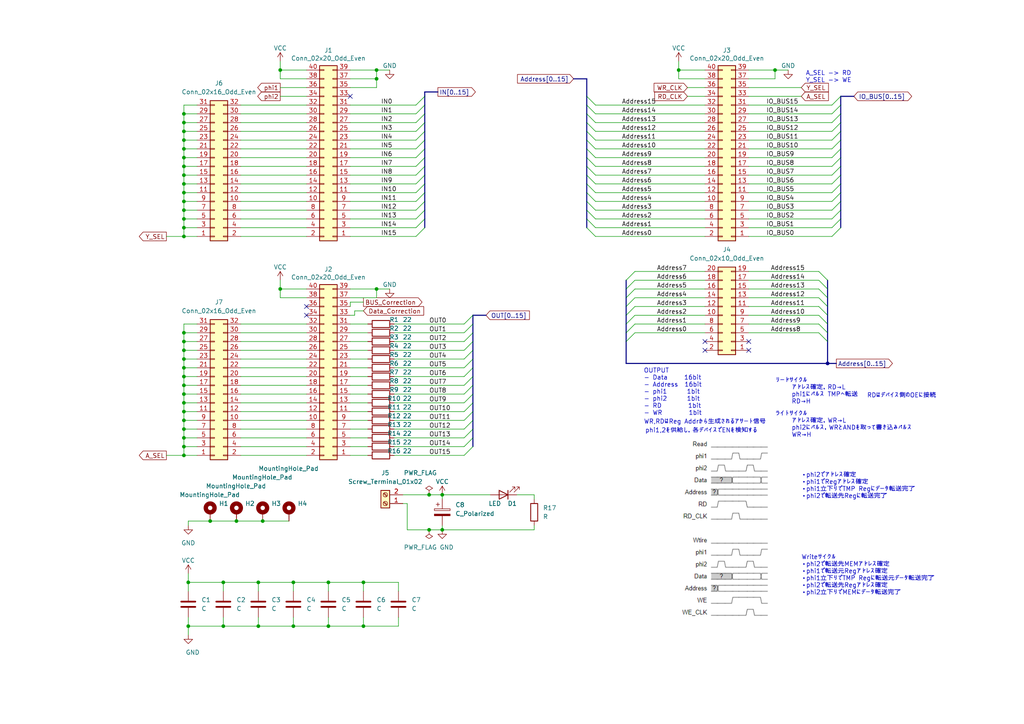
<source format=kicad_sch>
(kicad_sch (version 20211123) (generator eeschema)
  (paper "A4")
  (junction (at 53.34 68.58))
  (junction (at 53.34 40.64))
  (junction (at 128.27 153.67))
  (junction (at 53.34 111.76))
  (junction (at 53.34 132.08))
  (junction (at 85.09 181.61))
  (junction (at 64.77 181.61))
  (junction (at 85.09 168.91))
  (junction (at 128.27 143.51))
  (junction (at 124.46 143.51))
  (junction (at 124.46 153.67))
  (junction (at 109.22 83.82))
  (junction (at 74.93 181.61))
  (junction (at 240.03 105.41))
  (junction (at 95.25 181.61))
  (junction (at 81.28 83.82))
  (junction (at 53.34 63.5))
  (junction (at 53.34 45.72))
  (junction (at 53.34 33.02))
  (junction (at 196.85 20.32))
  (junction (at 53.34 50.8))
  (junction (at 109.22 20.32))
  (junction (at 53.34 60.96))
  (junction (at 53.34 106.68))
  (junction (at 53.34 99.06))
  (junction (at 53.34 129.54))
  (junction (at 64.77 168.91))
  (junction (at 53.34 127))
  (junction (at 53.34 109.22))
  (junction (at 53.34 96.52))
  (junction (at 53.34 66.04))
  (junction (at 53.34 55.88))
  (junction (at 53.34 43.18))
  (junction (at 53.34 101.6))
  (junction (at 53.34 35.56))
  (junction (at 53.34 104.14))
  (junction (at 105.41 181.61))
  (junction (at 53.34 116.84))
  (junction (at 53.34 53.34))
  (junction (at 53.34 121.92))
  (junction (at 109.22 22.86))
  (junction (at 53.34 119.38))
  (junction (at 76.2 151.13))
  (junction (at 74.93 168.91))
  (junction (at 54.61 168.91))
  (junction (at 68.58 151.13))
  (junction (at 53.34 124.46))
  (junction (at 54.61 181.61))
  (junction (at 81.28 20.32))
  (junction (at 95.25 168.91))
  (junction (at 224.79 20.32))
  (junction (at 105.41 168.91))
  (junction (at 53.34 38.1))
  (junction (at 53.34 58.42))
  (junction (at 53.34 48.26))
  (junction (at 53.34 114.3))
  (junction (at 60.96 151.13))
  (no_connect (at 101.6 27.94))
  (no_connect (at 217.17 101.6))
  (no_connect (at 88.9 91.44))
  (no_connect (at 88.9 88.9))
  (no_connect (at 217.17 99.06))
  (no_connect (at 204.47 99.06))
  (no_connect (at 204.47 101.6))
  (bus_entry (at 181.61 96.52) (size 2.54 -2.54))
  (bus_entry (at 243.84 58.42) (size -2.54 2.54))
  (bus_entry (at 137.16 127) (size -2.54 2.54))
  (bus_entry (at 137.16 119.38) (size -2.54 2.54))
  (bus_entry (at 243.84 40.64) (size -2.54 2.54))
  (bus_entry (at 243.84 50.8) (size -2.54 2.54))
  (bus_entry (at 181.61 86.36) (size 2.54 -2.54))
  (bus_entry (at 181.61 93.98) (size 2.54 -2.54))
  (bus_entry (at 170.18 48.26) (size 2.54 2.54))
  (bus_entry (at 137.16 104.14) (size -2.54 2.54))
  (bus_entry (at 123.19 55.88) (size -2.54 2.54))
  (bus_entry (at 123.19 66.04) (size -2.54 2.54))
  (bus_entry (at 170.18 63.5) (size 2.54 2.54))
  (bus_entry (at 181.61 91.44) (size 2.54 -2.54))
  (bus_entry (at 181.61 99.06) (size 2.54 -2.54))
  (bus_entry (at 243.84 38.1) (size -2.54 2.54))
  (bus_entry (at 123.19 33.02) (size -2.54 2.54))
  (bus_entry (at 137.16 91.44) (size -2.54 2.54))
  (bus_entry (at 170.18 66.04) (size 2.54 2.54))
  (bus_entry (at 170.18 30.48) (size 2.54 2.54))
  (bus_entry (at 243.84 35.56) (size -2.54 2.54))
  (bus_entry (at 170.18 58.42) (size 2.54 2.54))
  (bus_entry (at 137.16 111.76) (size -2.54 2.54))
  (bus_entry (at 170.18 35.56) (size 2.54 2.54))
  (bus_entry (at 170.18 45.72) (size 2.54 2.54))
  (bus_entry (at 237.49 93.98) (size 2.54 2.54))
  (bus_entry (at 137.16 99.06) (size -2.54 2.54))
  (bus_entry (at 243.84 53.34) (size -2.54 2.54))
  (bus_entry (at 123.19 43.18) (size -2.54 2.54))
  (bus_entry (at 123.19 60.96) (size -2.54 2.54))
  (bus_entry (at 181.61 83.82) (size 2.54 -2.54))
  (bus_entry (at 170.18 27.94) (size 2.54 2.54))
  (bus_entry (at 237.49 83.82) (size 2.54 2.54))
  (bus_entry (at 170.18 40.64) (size 2.54 2.54))
  (bus_entry (at 170.18 53.34) (size 2.54 2.54))
  (bus_entry (at 243.84 60.96) (size -2.54 2.54))
  (bus_entry (at 123.19 45.72) (size -2.54 2.54))
  (bus_entry (at 170.18 55.88) (size 2.54 2.54))
  (bus_entry (at 137.16 106.68) (size -2.54 2.54))
  (bus_entry (at 181.61 81.28) (size 2.54 -2.54))
  (bus_entry (at 243.84 63.5) (size -2.54 2.54))
  (bus_entry (at 243.84 48.26) (size -2.54 2.54))
  (bus_entry (at 137.16 101.6) (size -2.54 2.54))
  (bus_entry (at 243.84 30.48) (size -2.54 2.54))
  (bus_entry (at 237.49 88.9) (size 2.54 2.54))
  (bus_entry (at 137.16 109.22) (size -2.54 2.54))
  (bus_entry (at 237.49 91.44) (size 2.54 2.54))
  (bus_entry (at 170.18 60.96) (size 2.54 2.54))
  (bus_entry (at 123.19 48.26) (size -2.54 2.54))
  (bus_entry (at 243.84 55.88) (size -2.54 2.54))
  (bus_entry (at 123.19 58.42) (size -2.54 2.54))
  (bus_entry (at 137.16 114.3) (size -2.54 2.54))
  (bus_entry (at 170.18 43.18) (size 2.54 2.54))
  (bus_entry (at 243.84 45.72) (size -2.54 2.54))
  (bus_entry (at 237.49 86.36) (size 2.54 2.54))
  (bus_entry (at 137.16 96.52) (size -2.54 2.54))
  (bus_entry (at 237.49 96.52) (size 2.54 2.54))
  (bus_entry (at 123.19 38.1) (size -2.54 2.54))
  (bus_entry (at 243.84 33.02) (size -2.54 2.54))
  (bus_entry (at 237.49 81.28) (size 2.54 2.54))
  (bus_entry (at 123.19 30.48) (size -2.54 2.54))
  (bus_entry (at 243.84 43.18) (size -2.54 2.54))
  (bus_entry (at 123.19 40.64) (size -2.54 2.54))
  (bus_entry (at 137.16 93.98) (size -2.54 2.54))
  (bus_entry (at 137.16 121.92) (size -2.54 2.54))
  (bus_entry (at 123.19 63.5) (size -2.54 2.54))
  (bus_entry (at 243.84 66.04) (size -2.54 2.54))
  (bus_entry (at 170.18 50.8) (size 2.54 2.54))
  (bus_entry (at 237.49 78.74) (size 2.54 2.54))
  (bus_entry (at 123.19 50.8) (size -2.54 2.54))
  (bus_entry (at 123.19 35.56) (size -2.54 2.54))
  (bus_entry (at 243.84 27.94) (size -2.54 2.54))
  (bus_entry (at 123.19 27.94) (size -2.54 2.54))
  (bus_entry (at 170.18 33.02) (size 2.54 2.54))
  (bus_entry (at 123.19 53.34) (size -2.54 2.54))
  (bus_entry (at 181.61 88.9) (size 2.54 -2.54))
  (bus_entry (at 137.16 124.46) (size -2.54 2.54))
  (bus_entry (at 137.16 116.84) (size -2.54 2.54))
  (bus_entry (at 170.18 38.1) (size 2.54 2.54))
  (bus_entry (at 137.16 129.54) (size -2.54 2.54))
  (wire (pts (xy 53.34 68.58) (xy 57.15 68.58)))
  (wire (pts (xy 101.6 40.64) (xy 120.65 40.64)))
  (wire (pts (xy 116.84 143.51) (xy 124.46 143.51)))
  (wire (pts (xy 154.94 152.4) (xy 154.94 153.67)))
  (wire (pts (xy 172.72 53.34) (xy 204.47 53.34)))
  (wire (pts (xy 74.93 168.91) (xy 74.93 171.45)))
  (wire (pts (xy 101.6 30.48) (xy 120.65 30.48)))
  (wire (pts (xy 69.85 33.02) (xy 88.9 33.02)))
  (wire (pts (xy 128.27 143.51) (xy 128.27 144.78)))
  (wire (pts (xy 101.6 87.63) (xy 105.41 87.63)))
  (wire (pts (xy 53.34 114.3) (xy 57.15 114.3)))
  (bus (pts (xy 181.61 96.52) (xy 181.61 99.06)))
  (wire (pts (xy 53.34 35.56) (xy 53.34 38.1)))
  (bus (pts (xy 170.18 22.86) (xy 170.18 27.94)))
  (wire (pts (xy 101.6 38.1) (xy 120.65 38.1)))
  (wire (pts (xy 114.3 93.98) (xy 134.62 93.98)))
  (wire (pts (xy 69.85 132.08) (xy 88.9 132.08)))
  (wire (pts (xy 228.6 20.32) (xy 224.79 20.32)))
  (wire (pts (xy 184.15 81.28) (xy 204.47 81.28)))
  (wire (pts (xy 53.34 119.38) (xy 57.15 119.38)))
  (wire (pts (xy 69.85 119.38) (xy 88.9 119.38)))
  (bus (pts (xy 170.18 50.8) (xy 170.18 53.34)))
  (wire (pts (xy 69.85 121.92) (xy 88.9 121.92)))
  (bus (pts (xy 243.84 53.34) (xy 243.84 55.88)))
  (wire (pts (xy 53.34 48.26) (xy 57.15 48.26)))
  (wire (pts (xy 53.34 43.18) (xy 57.15 43.18)))
  (wire (pts (xy 53.34 50.8) (xy 57.15 50.8)))
  (wire (pts (xy 172.72 35.56) (xy 204.47 35.56)))
  (wire (pts (xy 53.34 40.64) (xy 57.15 40.64)))
  (wire (pts (xy 241.3 45.72) (xy 217.17 45.72)))
  (wire (pts (xy 69.85 99.06) (xy 88.9 99.06)))
  (wire (pts (xy 106.68 121.92) (xy 101.6 121.92)))
  (bus (pts (xy 123.19 45.72) (xy 123.19 48.26)))
  (bus (pts (xy 137.16 124.46) (xy 137.16 127)))
  (wire (pts (xy 53.34 124.46) (xy 53.34 127)))
  (wire (pts (xy 60.96 151.13) (xy 54.61 151.13)))
  (wire (pts (xy 172.72 38.1) (xy 204.47 38.1)))
  (bus (pts (xy 137.16 121.92) (xy 137.16 124.46)))
  (wire (pts (xy 69.85 114.3) (xy 88.9 114.3)))
  (wire (pts (xy 204.47 22.86) (xy 196.85 22.86)))
  (wire (pts (xy 81.28 20.32) (xy 81.28 22.86)))
  (wire (pts (xy 53.34 109.22) (xy 53.34 111.76)))
  (wire (pts (xy 114.3 121.92) (xy 134.62 121.92)))
  (bus (pts (xy 137.16 119.38) (xy 137.16 121.92)))
  (bus (pts (xy 123.19 35.56) (xy 123.19 38.1)))
  (wire (pts (xy 113.03 20.32) (xy 109.22 20.32)))
  (wire (pts (xy 69.85 109.22) (xy 88.9 109.22)))
  (wire (pts (xy 69.85 48.26) (xy 88.9 48.26)))
  (bus (pts (xy 123.19 48.26) (xy 123.19 50.8)))
  (wire (pts (xy 85.09 179.07) (xy 85.09 181.61)))
  (wire (pts (xy 106.68 109.22) (xy 101.6 109.22)))
  (wire (pts (xy 101.6 25.4) (xy 109.22 25.4)))
  (wire (pts (xy 53.34 129.54) (xy 53.34 132.08)))
  (bus (pts (xy 243.84 58.42) (xy 243.84 60.96)))
  (wire (pts (xy 172.72 66.04) (xy 204.47 66.04)))
  (wire (pts (xy 217.17 96.52) (xy 237.49 96.52)))
  (wire (pts (xy 53.34 63.5) (xy 53.34 66.04)))
  (wire (pts (xy 53.34 93.98) (xy 53.34 96.52)))
  (bus (pts (xy 170.18 30.48) (xy 170.18 33.02)))
  (wire (pts (xy 54.61 184.15) (xy 54.61 181.61)))
  (wire (pts (xy 105.41 168.91) (xy 105.41 171.45)))
  (bus (pts (xy 243.84 50.8) (xy 243.84 53.34)))
  (bus (pts (xy 140.97 91.44) (xy 137.16 91.44)))
  (wire (pts (xy 68.58 151.13) (xy 60.96 151.13)))
  (bus (pts (xy 170.18 38.1) (xy 170.18 40.64)))
  (wire (pts (xy 53.34 66.04) (xy 53.34 68.58)))
  (wire (pts (xy 83.82 151.13) (xy 76.2 151.13)))
  (bus (pts (xy 123.19 40.64) (xy 123.19 43.18)))
  (wire (pts (xy 53.34 132.08) (xy 57.15 132.08)))
  (wire (pts (xy 95.25 168.91) (xy 95.25 171.45)))
  (wire (pts (xy 172.72 43.18) (xy 204.47 43.18)))
  (wire (pts (xy 172.72 63.5) (xy 204.47 63.5)))
  (wire (pts (xy 106.68 99.06) (xy 101.6 99.06)))
  (wire (pts (xy 114.3 129.54) (xy 134.62 129.54)))
  (wire (pts (xy 217.17 81.28) (xy 237.49 81.28)))
  (bus (pts (xy 137.16 106.68) (xy 137.16 109.22)))
  (wire (pts (xy 101.6 33.02) (xy 120.65 33.02)))
  (wire (pts (xy 204.47 20.32) (xy 196.85 20.32)))
  (wire (pts (xy 114.3 116.84) (xy 134.62 116.84)))
  (wire (pts (xy 101.6 53.34) (xy 120.65 53.34)))
  (wire (pts (xy 69.85 93.98) (xy 88.9 93.98)))
  (wire (pts (xy 48.26 68.58) (xy 53.34 68.58)))
  (wire (pts (xy 241.3 43.18) (xy 217.17 43.18)))
  (wire (pts (xy 109.22 20.32) (xy 109.22 22.86)))
  (bus (pts (xy 137.16 91.44) (xy 137.16 93.98)))
  (wire (pts (xy 109.22 22.86) (xy 101.6 22.86)))
  (wire (pts (xy 184.15 91.44) (xy 204.47 91.44)))
  (wire (pts (xy 101.6 58.42) (xy 120.65 58.42)))
  (wire (pts (xy 224.79 20.32) (xy 224.79 22.86)))
  (wire (pts (xy 106.68 93.98) (xy 101.6 93.98)))
  (wire (pts (xy 241.3 68.58) (xy 217.17 68.58)))
  (wire (pts (xy 53.34 96.52) (xy 53.34 99.06)))
  (bus (pts (xy 240.03 105.41) (xy 242.57 105.41)))
  (wire (pts (xy 232.41 25.4) (xy 217.17 25.4)))
  (bus (pts (xy 137.16 111.76) (xy 137.16 114.3)))
  (wire (pts (xy 196.85 17.78) (xy 196.85 20.32)))
  (wire (pts (xy 106.68 114.3) (xy 101.6 114.3)))
  (bus (pts (xy 243.84 43.18) (xy 243.84 45.72)))
  (wire (pts (xy 154.94 143.51) (xy 154.94 144.78)))
  (bus (pts (xy 240.03 83.82) (xy 240.03 86.36)))
  (bus (pts (xy 181.61 93.98) (xy 181.61 96.52)))
  (bus (pts (xy 170.18 48.26) (xy 170.18 50.8)))
  (wire (pts (xy 172.72 55.88) (xy 204.47 55.88)))
  (bus (pts (xy 240.03 88.9) (xy 240.03 91.44)))
  (wire (pts (xy 53.34 99.06) (xy 57.15 99.06)))
  (bus (pts (xy 170.18 27.94) (xy 170.18 30.48)))
  (wire (pts (xy 224.79 22.86) (xy 217.17 22.86)))
  (wire (pts (xy 116.84 146.05) (xy 118.11 146.05)))
  (wire (pts (xy 172.72 30.48) (xy 204.47 30.48)))
  (wire (pts (xy 57.15 30.48) (xy 53.34 30.48)))
  (wire (pts (xy 109.22 25.4) (xy 109.22 22.86)))
  (wire (pts (xy 101.6 91.44) (xy 102.87 91.44)))
  (bus (pts (xy 123.19 26.67) (xy 123.19 27.94)))
  (wire (pts (xy 106.68 132.08) (xy 101.6 132.08)))
  (bus (pts (xy 123.19 43.18) (xy 123.19 45.72)))
  (wire (pts (xy 53.34 60.96) (xy 53.34 63.5)))
  (wire (pts (xy 217.17 78.74) (xy 237.49 78.74)))
  (wire (pts (xy 53.34 114.3) (xy 53.34 116.84)))
  (wire (pts (xy 53.34 43.18) (xy 53.34 45.72)))
  (wire (pts (xy 69.85 40.64) (xy 88.9 40.64)))
  (wire (pts (xy 95.25 168.91) (xy 105.41 168.91)))
  (wire (pts (xy 53.34 111.76) (xy 57.15 111.76)))
  (wire (pts (xy 76.2 151.13) (xy 68.58 151.13)))
  (wire (pts (xy 241.3 63.5) (xy 217.17 63.5)))
  (bus (pts (xy 170.18 58.42) (xy 170.18 60.96)))
  (wire (pts (xy 114.3 106.68) (xy 134.62 106.68)))
  (wire (pts (xy 124.46 143.51) (xy 128.27 143.51)))
  (bus (pts (xy 137.16 109.22) (xy 137.16 111.76)))
  (wire (pts (xy 241.3 35.56) (xy 217.17 35.56)))
  (wire (pts (xy 53.34 38.1) (xy 53.34 40.64)))
  (bus (pts (xy 243.84 48.26) (xy 243.84 50.8)))
  (bus (pts (xy 123.19 33.02) (xy 123.19 35.56)))
  (wire (pts (xy 172.72 33.02) (xy 204.47 33.02)))
  (wire (pts (xy 54.61 168.91) (xy 64.77 168.91)))
  (wire (pts (xy 224.79 20.32) (xy 217.17 20.32)))
  (bus (pts (xy 170.18 43.18) (xy 170.18 45.72)))
  (wire (pts (xy 53.34 116.84) (xy 57.15 116.84)))
  (wire (pts (xy 53.34 35.56) (xy 57.15 35.56)))
  (wire (pts (xy 69.85 38.1) (xy 88.9 38.1)))
  (bus (pts (xy 240.03 86.36) (xy 240.03 88.9)))
  (wire (pts (xy 113.03 83.82) (xy 109.22 83.82)))
  (wire (pts (xy 53.34 121.92) (xy 57.15 121.92)))
  (bus (pts (xy 181.61 91.44) (xy 181.61 93.98)))
  (wire (pts (xy 85.09 168.91) (xy 95.25 168.91)))
  (bus (pts (xy 240.03 93.98) (xy 240.03 96.52)))
  (bus (pts (xy 166.37 22.86) (xy 170.18 22.86)))
  (wire (pts (xy 81.28 83.82) (xy 81.28 86.36)))
  (wire (pts (xy 69.85 101.6) (xy 88.9 101.6)))
  (wire (pts (xy 53.34 104.14) (xy 53.34 106.68)))
  (wire (pts (xy 172.72 68.58) (xy 204.47 68.58)))
  (bus (pts (xy 123.19 50.8) (xy 123.19 53.34)))
  (wire (pts (xy 81.28 27.94) (xy 88.9 27.94)))
  (wire (pts (xy 95.25 179.07) (xy 95.25 181.61)))
  (wire (pts (xy 53.34 58.42) (xy 57.15 58.42)))
  (wire (pts (xy 241.3 38.1) (xy 217.17 38.1)))
  (wire (pts (xy 69.85 111.76) (xy 88.9 111.76)))
  (wire (pts (xy 69.85 129.54) (xy 88.9 129.54)))
  (wire (pts (xy 53.34 45.72) (xy 57.15 45.72)))
  (wire (pts (xy 69.85 55.88) (xy 88.9 55.88)))
  (wire (pts (xy 81.28 81.28) (xy 81.28 83.82)))
  (wire (pts (xy 53.34 66.04) (xy 57.15 66.04)))
  (wire (pts (xy 106.68 96.52) (xy 101.6 96.52)))
  (bus (pts (xy 123.19 60.96) (xy 123.19 63.5)))
  (bus (pts (xy 170.18 53.34) (xy 170.18 55.88)))
  (wire (pts (xy 74.93 181.61) (xy 85.09 181.61)))
  (wire (pts (xy 69.85 63.5) (xy 88.9 63.5)))
  (bus (pts (xy 243.84 63.5) (xy 243.84 66.04)))
  (bus (pts (xy 137.16 127) (xy 137.16 129.54)))
  (wire (pts (xy 232.41 27.94) (xy 217.17 27.94)))
  (bus (pts (xy 137.16 93.98) (xy 137.16 96.52)))
  (bus (pts (xy 137.16 101.6) (xy 137.16 104.14)))
  (wire (pts (xy 69.85 96.52) (xy 88.9 96.52)))
  (wire (pts (xy 69.85 104.14) (xy 88.9 104.14)))
  (wire (pts (xy 53.34 63.5) (xy 57.15 63.5)))
  (bus (pts (xy 170.18 33.02) (xy 170.18 35.56)))
  (bus (pts (xy 243.84 30.48) (xy 243.84 33.02)))
  (wire (pts (xy 53.34 33.02) (xy 57.15 33.02)))
  (bus (pts (xy 137.16 104.14) (xy 137.16 106.68)))
  (wire (pts (xy 109.22 83.82) (xy 109.22 86.36)))
  (wire (pts (xy 69.85 58.42) (xy 88.9 58.42)))
  (wire (pts (xy 57.15 93.98) (xy 53.34 93.98)))
  (wire (pts (xy 101.6 60.96) (xy 120.65 60.96)))
  (wire (pts (xy 101.6 35.56) (xy 120.65 35.56)))
  (wire (pts (xy 53.34 60.96) (xy 57.15 60.96)))
  (wire (pts (xy 69.85 50.8) (xy 88.9 50.8)))
  (wire (pts (xy 114.3 119.38) (xy 134.62 119.38)))
  (wire (pts (xy 109.22 83.82) (xy 101.6 83.82)))
  (wire (pts (xy 69.85 35.56) (xy 88.9 35.56)))
  (wire (pts (xy 172.72 50.8) (xy 204.47 50.8)))
  (wire (pts (xy 217.17 93.98) (xy 237.49 93.98)))
  (bus (pts (xy 123.19 63.5) (xy 123.19 66.04)))
  (wire (pts (xy 106.68 106.68) (xy 101.6 106.68)))
  (wire (pts (xy 101.6 68.58) (xy 120.65 68.58)))
  (wire (pts (xy 53.34 53.34) (xy 53.34 55.88)))
  (bus (pts (xy 181.61 86.36) (xy 181.61 88.9)))
  (bus (pts (xy 240.03 91.44) (xy 240.03 93.98)))
  (wire (pts (xy 114.3 127) (xy 134.62 127)))
  (wire (pts (xy 217.17 86.36) (xy 237.49 86.36)))
  (wire (pts (xy 106.68 116.84) (xy 101.6 116.84)))
  (wire (pts (xy 106.68 111.76) (xy 101.6 111.76)))
  (bus (pts (xy 123.19 58.42) (xy 123.19 60.96)))
  (wire (pts (xy 88.9 22.86) (xy 81.28 22.86)))
  (wire (pts (xy 241.3 50.8) (xy 217.17 50.8)))
  (wire (pts (xy 101.6 55.88) (xy 120.65 55.88)))
  (wire (pts (xy 53.34 33.02) (xy 53.34 35.56)))
  (wire (pts (xy 184.15 93.98) (xy 204.47 93.98)))
  (wire (pts (xy 241.3 33.02) (xy 217.17 33.02)))
  (wire (pts (xy 69.85 127) (xy 88.9 127)))
  (bus (pts (xy 123.19 55.88) (xy 123.19 58.42)))
  (bus (pts (xy 240.03 81.28) (xy 240.03 83.82)))
  (wire (pts (xy 241.3 53.34) (xy 217.17 53.34)))
  (wire (pts (xy 53.34 106.68) (xy 53.34 109.22)))
  (wire (pts (xy 69.85 106.68) (xy 88.9 106.68)))
  (wire (pts (xy 199.39 25.4) (xy 204.47 25.4)))
  (wire (pts (xy 106.68 119.38) (xy 101.6 119.38)))
  (wire (pts (xy 114.3 114.3) (xy 134.62 114.3)))
  (wire (pts (xy 53.34 30.48) (xy 53.34 33.02)))
  (wire (pts (xy 118.11 153.67) (xy 124.46 153.67)))
  (wire (pts (xy 128.27 152.4) (xy 128.27 153.67)))
  (wire (pts (xy 53.34 129.54) (xy 57.15 129.54)))
  (wire (pts (xy 106.68 104.14) (xy 101.6 104.14)))
  (bus (pts (xy 170.18 63.5) (xy 170.18 66.04)))
  (bus (pts (xy 181.61 99.06) (xy 181.61 105.41)))
  (wire (pts (xy 106.68 127) (xy 101.6 127)))
  (wire (pts (xy 106.68 101.6) (xy 101.6 101.6)))
  (bus (pts (xy 123.19 53.34) (xy 123.19 55.88)))
  (bus (pts (xy 243.84 40.64) (xy 243.84 43.18)))
  (wire (pts (xy 115.57 179.07) (xy 115.57 181.61)))
  (bus (pts (xy 170.18 45.72) (xy 170.18 48.26)))
  (bus (pts (xy 181.61 83.82) (xy 181.61 86.36)))
  (wire (pts (xy 53.34 50.8) (xy 53.34 53.34)))
  (wire (pts (xy 53.34 38.1) (xy 57.15 38.1)))
  (bus (pts (xy 127 26.67) (xy 123.19 26.67)))
  (wire (pts (xy 241.3 55.88) (xy 217.17 55.88)))
  (wire (pts (xy 101.6 66.04) (xy 120.65 66.04)))
  (wire (pts (xy 53.34 99.06) (xy 53.34 101.6)))
  (wire (pts (xy 172.72 60.96) (xy 204.47 60.96)))
  (wire (pts (xy 69.85 30.48) (xy 88.9 30.48)))
  (wire (pts (xy 74.93 168.91) (xy 85.09 168.91)))
  (bus (pts (xy 137.16 96.52) (xy 137.16 99.06)))
  (bus (pts (xy 123.19 30.48) (xy 123.19 33.02)))
  (bus (pts (xy 170.18 35.56) (xy 170.18 38.1)))
  (wire (pts (xy 124.46 153.67) (xy 128.27 153.67)))
  (wire (pts (xy 53.34 101.6) (xy 53.34 104.14)))
  (wire (pts (xy 53.34 96.52) (xy 57.15 96.52)))
  (bus (pts (xy 181.61 105.41) (xy 240.03 105.41)))
  (wire (pts (xy 241.3 30.48) (xy 217.17 30.48)))
  (bus (pts (xy 243.84 35.56) (xy 243.84 38.1)))
  (wire (pts (xy 241.3 48.26) (xy 217.17 48.26)))
  (wire (pts (xy 101.6 50.8) (xy 120.65 50.8)))
  (wire (pts (xy 95.25 181.61) (xy 105.41 181.61)))
  (wire (pts (xy 241.3 58.42) (xy 217.17 58.42)))
  (wire (pts (xy 53.34 127) (xy 57.15 127)))
  (wire (pts (xy 184.15 96.52) (xy 204.47 96.52)))
  (bus (pts (xy 137.16 116.84) (xy 137.16 119.38)))
  (wire (pts (xy 172.72 48.26) (xy 204.47 48.26)))
  (bus (pts (xy 181.61 81.28) (xy 181.61 83.82)))
  (wire (pts (xy 114.3 99.06) (xy 134.62 99.06)))
  (wire (pts (xy 69.85 43.18) (xy 88.9 43.18)))
  (wire (pts (xy 69.85 45.72) (xy 88.9 45.72)))
  (wire (pts (xy 64.77 168.91) (xy 74.93 168.91)))
  (wire (pts (xy 184.15 83.82) (xy 204.47 83.82)))
  (bus (pts (xy 170.18 60.96) (xy 170.18 63.5)))
  (wire (pts (xy 53.34 104.14) (xy 57.15 104.14)))
  (wire (pts (xy 53.34 121.92) (xy 53.34 124.46)))
  (wire (pts (xy 48.26 132.08) (xy 53.34 132.08)))
  (wire (pts (xy 142.24 143.51) (xy 128.27 143.51)))
  (wire (pts (xy 53.34 53.34) (xy 57.15 53.34)))
  (wire (pts (xy 241.3 40.64) (xy 217.17 40.64)))
  (wire (pts (xy 69.85 124.46) (xy 88.9 124.46)))
  (wire (pts (xy 53.34 106.68) (xy 57.15 106.68)))
  (bus (pts (xy 137.16 114.3) (xy 137.16 116.84)))
  (bus (pts (xy 243.84 45.72) (xy 243.84 48.26)))
  (bus (pts (xy 123.19 27.94) (xy 123.19 30.48)))
  (wire (pts (xy 105.41 179.07) (xy 105.41 181.61)))
  (wire (pts (xy 101.6 63.5) (xy 120.65 63.5)))
  (wire (pts (xy 64.77 179.07) (xy 64.77 181.61)))
  (bus (pts (xy 243.84 33.02) (xy 243.84 35.56)))
  (wire (pts (xy 64.77 168.91) (xy 64.77 171.45)))
  (wire (pts (xy 101.6 87.63) (xy 101.6 88.9)))
  (wire (pts (xy 114.3 111.76) (xy 134.62 111.76)))
  (wire (pts (xy 199.39 27.94) (xy 204.47 27.94)))
  (wire (pts (xy 69.85 116.84) (xy 88.9 116.84)))
  (wire (pts (xy 115.57 168.91) (xy 115.57 171.45)))
  (wire (pts (xy 109.22 20.32) (xy 101.6 20.32)))
  (wire (pts (xy 88.9 83.82) (xy 81.28 83.82)))
  (wire (pts (xy 54.61 181.61) (xy 54.61 179.07)))
  (wire (pts (xy 217.17 88.9) (xy 237.49 88.9)))
  (wire (pts (xy 172.72 40.64) (xy 204.47 40.64)))
  (wire (pts (xy 114.3 132.08) (xy 134.62 132.08)))
  (wire (pts (xy 106.68 129.54) (xy 101.6 129.54)))
  (wire (pts (xy 217.17 91.44) (xy 237.49 91.44)))
  (wire (pts (xy 54.61 181.61) (xy 64.77 181.61)))
  (wire (pts (xy 85.09 181.61) (xy 95.25 181.61)))
  (wire (pts (xy 114.3 109.22) (xy 134.62 109.22)))
  (bus (pts (xy 181.61 88.9) (xy 181.61 91.44)))
  (wire (pts (xy 101.6 48.26) (xy 120.65 48.26)))
  (wire (pts (xy 114.3 124.46) (xy 134.62 124.46)))
  (wire (pts (xy 53.34 40.64) (xy 53.34 43.18)))
  (bus (pts (xy 243.84 60.96) (xy 243.84 63.5)))
  (bus (pts (xy 170.18 40.64) (xy 170.18 43.18)))
  (wire (pts (xy 109.22 86.36) (xy 101.6 86.36)))
  (wire (pts (xy 114.3 96.52) (xy 134.62 96.52)))
  (bus (pts (xy 137.16 99.06) (xy 137.16 101.6)))
  (wire (pts (xy 53.34 101.6) (xy 57.15 101.6)))
  (wire (pts (xy 128.27 153.67) (xy 154.94 153.67)))
  (bus (pts (xy 123.19 38.1) (xy 123.19 40.64)))
  (wire (pts (xy 53.34 48.26) (xy 53.34 50.8)))
  (wire (pts (xy 54.61 151.13) (xy 54.61 152.4)))
  (wire (pts (xy 217.17 83.82) (xy 237.49 83.82)))
  (bus (pts (xy 170.18 55.88) (xy 170.18 58.42)))
  (bus (pts (xy 247.65 27.94) (xy 243.84 27.94)))
  (wire (pts (xy 53.34 55.88) (xy 57.15 55.88)))
  (wire (pts (xy 184.15 88.9) (xy 204.47 88.9)))
  (wire (pts (xy 149.86 143.51) (xy 154.94 143.51)))
  (wire (pts (xy 64.77 181.61) (xy 74.93 181.61)))
  (wire (pts (xy 196.85 20.32) (xy 196.85 22.86)))
  (wire (pts (xy 53.34 45.72) (xy 53.34 48.26)))
  (wire (pts (xy 241.3 60.96) (xy 217.17 60.96)))
  (wire (pts (xy 101.6 45.72) (xy 120.65 45.72)))
  (wire (pts (xy 172.72 45.72) (xy 204.47 45.72)))
  (bus (pts (xy 243.84 27.94) (xy 243.84 30.48)))
  (wire (pts (xy 53.34 58.42) (xy 53.34 60.96)))
  (wire (pts (xy 53.34 116.84) (xy 53.34 119.38)))
  (wire (pts (xy 105.41 168.91) (xy 115.57 168.91)))
  (wire (pts (xy 81.28 25.4) (xy 88.9 25.4)))
  (wire (pts (xy 105.41 90.17) (xy 102.87 90.17)))
  (wire (pts (xy 54.61 168.91) (xy 54.61 171.45)))
  (wire (pts (xy 114.3 101.6) (xy 134.62 101.6)))
  (wire (pts (xy 69.85 60.96) (xy 88.9 60.96)))
  (wire (pts (xy 88.9 20.32) (xy 81.28 20.32)))
  (wire (pts (xy 69.85 68.58) (xy 88.9 68.58)))
  (bus (pts (xy 243.84 55.88) (xy 243.84 58.42)))
  (wire (pts (xy 74.93 179.07) (xy 74.93 181.61)))
  (wire (pts (xy 172.72 58.42) (xy 204.47 58.42)))
  (wire (pts (xy 184.15 86.36) (xy 204.47 86.36)))
  (wire (pts (xy 88.9 86.36) (xy 81.28 86.36)))
  (wire (pts (xy 106.68 124.46) (xy 101.6 124.46)))
  (bus (pts (xy 240.03 96.52) (xy 240.03 99.06)))
  (wire (pts (xy 54.61 166.37) (xy 54.61 168.91)))
  (wire (pts (xy 53.34 111.76) (xy 53.34 114.3)))
  (wire (pts (xy 69.85 66.04) (xy 88.9 66.04)))
  (wire (pts (xy 118.11 146.05) (xy 118.11 153.67)))
  (wire (pts (xy 184.15 78.74) (xy 204.47 78.74)))
  (wire (pts (xy 53.34 127) (xy 53.34 129.54)))
  (wire (pts (xy 81.28 17.78) (xy 81.28 20.32)))
  (wire (pts (xy 69.85 53.34) (xy 88.9 53.34)))
  (wire (pts (xy 53.34 109.22) (xy 57.15 109.22)))
  (bus (pts (xy 240.03 99.06) (xy 240.03 105.41)))
  (wire (pts (xy 85.09 168.91) (xy 85.09 171.45)))
  (wire (pts (xy 101.6 43.18) (xy 120.65 43.18)))
  (wire (pts (xy 53.34 119.38) (xy 53.34 121.92)))
  (bus (pts (xy 243.84 38.1) (xy 243.84 40.64)))
  (wire (pts (xy 102.87 90.17) (xy 102.87 91.44)))
  (wire (pts (xy 241.3 66.04) (xy 217.17 66.04)))
  (wire (pts (xy 105.41 181.61) (xy 115.57 181.61)))
  (wire (pts (xy 114.3 104.14) (xy 134.62 104.14)))
  (wire (pts (xy 53.34 55.88) (xy 53.34 58.42)))
  (wire (pts (xy 53.34 124.46) (xy 57.15 124.46)))
  (image (at 210.82 153.67) (scale 1.58339))
  (text "OUTPUT\n- Data     16bit\n- Address  16bit\n- phi1      1bit\n- phi2      1bit\n- RD        1bit\n- WR        1bit" (at 186.69 120.65 0) (effects (font (size 1.27 1.27)) (justify left bottom)))
  (text "Writeサイクル\n・phi2で転送先MEMアドレス確定\n・phi1で転送元Regアドレス確定\n・phi1立下りでTMP Regに転送元データ転送完了\n・phi2で転送先Regアドレス確定\n・phi2立下りでMEMにデータ転送完了" (at 232.41 172.72 0) (effects (font (size 1.27 1.27)) (justify left bottom)))
  (text "リードサイクル\n	アドレス確定，RD→L\n	phi1にパルス TMPへ転送\n	RD→H\n	" (at 224.79 119.38 0) (effects (font (size 1.27 1.27)) (justify left bottom)))
  (text "A_SEL -> RD\nY_SEL -> WE" (at 233.68 24.13 0) (effects (font (size 1.27 1.27)) (justify left bottom)))
  (text "RDはデバイス側のOEに接続" (at 251.46 115.57 0) (effects (font (size 1.27 1.27)) (justify left bottom)))
  (text "・phi2でアドレス確定\n・phi1でRegアドレス確定\n・phi1立下りでTMP Regにデータ転送完了\n・phi2で転送先Regに転送完了" (at 232.41 144.78 0) (effects (font (size 1.27 1.27)) (justify left bottom)))
  (text "WR,RDはReg Addrから生成されるアサート信号" (at 222.25 123.19 180) (effects (font (size 1.27 1.27)) (justify right bottom)))
  (text "ライトサイクル\n	アドレス確定，WR→L\n	phi2にパルス，WRとANDを取って書き込みパルス\n	WR→H" (at 224.79 127 0) (effects (font (size 1.27 1.27)) (justify left bottom)))
  (text "phi1,2を供給し，各デバイスでENを検知する" (at 219.71 125.73 180) (effects (font (size 1.27 1.27)) (justify right bottom)))
  (label "Address14" (at 223.52 81.28 0))
  (label "IN0" (at 110.49 30.48 0))
  (label "Address13" (at 223.52 83.82 0))
  (label "Address11" (at 223.52 88.9 0))
  (label "Address3" (at 190.5 88.9 0))
  (label "Address12" (at 180.34 38.1 0))
  (label "IN3" (at 110.49 38.1 0))
  (label "IN6" (at 110.49 45.72 0))
  (label "OUT0" (at 124.46 93.98 0))
  (label "OUT5" (at 124.46 106.68 0))
  (label "OUT3" (at 124.46 101.6 0))
  (label "IN9" (at 110.49 53.34 0))
  (label "IO_BUS13" (at 222.25 35.56 0))
  (label "Address15" (at 180.34 30.48 0))
  (label "Address2" (at 180.34 63.5 0))
  (label "Address1" (at 190.5 93.98 0))
  (label "Address15" (at 223.52 78.74 0))
  (label "IN4" (at 110.49 40.64 0))
  (label "Address4" (at 180.34 58.42 0))
  (label "IO_BUS12" (at 222.25 38.1 0))
  (label "IO_BUS0" (at 222.25 68.58 0))
  (label "IN15" (at 110.49 68.58 0))
  (label "OUT6" (at 124.46 109.22 0))
  (label "Address7" (at 180.34 50.8 0))
  (label "IN7" (at 110.49 48.26 0))
  (label "IO_BUS15" (at 222.25 30.48 0))
  (label "OUT2" (at 124.46 99.06 0))
  (label "Address11" (at 180.34 40.64 0))
  (label "Address6" (at 180.34 53.34 0))
  (label "IO_BUS9" (at 222.25 45.72 0))
  (label "Address2" (at 190.5 91.44 0))
  (label "Address13" (at 180.34 35.56 0))
  (label "Address8" (at 223.52 96.52 0))
  (label "Address8" (at 180.34 48.26 0))
  (label "Address7" (at 190.5 78.74 0))
  (label "Address0" (at 180.34 68.58 0))
  (label "Address0" (at 190.5 96.52 0))
  (label "Address10" (at 223.52 91.44 0))
  (label "IO_BUS2" (at 222.25 63.5 0))
  (label "IN5" (at 110.49 43.18 0))
  (label "IO_BUS10" (at 222.25 43.18 0))
  (label "OUT14" (at 124.46 129.54 0))
  (label "IN14" (at 110.49 66.04 0))
  (label "IN8" (at 110.49 50.8 0))
  (label "IN2" (at 110.49 35.56 0))
  (label "OUT4" (at 124.46 104.14 0))
  (label "Address10" (at 180.34 43.18 0))
  (label "Address9" (at 223.52 93.98 0))
  (label "Address5" (at 180.34 55.88 0))
  (label "IO_BUS6" (at 222.25 53.34 0))
  (label "IO_BUS4" (at 222.25 58.42 0))
  (label "OUT11" (at 124.46 121.92 0))
  (label "Address6" (at 190.5 81.28 0))
  (label "IN11" (at 110.49 58.42 0))
  (label "Address1" (at 180.34 66.04 0))
  (label "Address12" (at 223.52 86.36 0))
  (label "IN10" (at 110.49 55.88 0))
  (label "OUT15" (at 124.46 132.08 0))
  (label "Address5" (at 190.5 83.82 0))
  (label "Address14" (at 180.34 33.02 0))
  (label "OUT9" (at 124.46 116.84 0))
  (label "OUT7" (at 124.46 111.76 0))
  (label "IO_BUS14" (at 222.25 33.02 0))
  (label "IO_BUS7" (at 222.25 50.8 0))
  (label "IN13" (at 110.49 63.5 0))
  (label "Address3" (at 180.34 60.96 0))
  (label "OUT12" (at 124.46 124.46 0))
  (label "IO_BUS5" (at 222.25 55.88 0))
  (label "OUT13" (at 124.46 127 0))
  (label "IO_BUS1" (at 222.25 66.04 0))
  (label "Address4" (at 190.5 86.36 0))
  (label "IO_BUS8" (at 222.25 48.26 0))
  (label "IN1" (at 110.49 33.02 0))
  (label "IO_BUS11" (at 222.25 40.64 0))
  (label "OUT10" (at 124.46 119.38 0))
  (label "OUT1" (at 124.46 96.52 0))
  (label "IO_BUS3" (at 222.25 60.96 0))
  (label "IN12" (at 110.49 60.96 0))
  (label "OUT8" (at 124.46 114.3 0))
  (label "Address9" (at 180.34 45.72 0))
  (global_label "WR_CLK" (shape input) (at 199.39 25.4 180) (property "Intersheet References" "${INTERSHEET_REFS}" (effects hide)))
  (global_label "Address[0..15]" (shape output) (at 242.57 105.41 0) (property "Intersheet References" "${INTERSHEET_REFS}" (effects hide)))
  (global_label "phi2" (shape output) (at 81.28 27.94 180) (property "Intersheet References" "${INTERSHEET_REFS}" (effects hide)))
  (global_label "Address[0..15]" (shape input) (at 166.37 22.86 180) (property "Intersheet References" "${INTERSHEET_REFS}" (effects hide)))
  (global_label "Data_Correction" (shape input) (at 105.41 90.17 0) (property "Intersheet References" "${INTERSHEET_REFS}" (effects hide)))
  (global_label "Y_SEL" (shape input) (at 232.41 25.4 0) (property "Intersheet References" "${INTERSHEET_REFS}" (effects hide)))
  (global_label "Y_SEL" (shape output) (at 48.26 68.58 180) (property "Intersheet References" "${INTERSHEET_REFS}" (effects hide)))
  (global_label "BUS_Correction" (shape output) (at 105.41 87.63 0) (property "Intersheet References" "${INTERSHEET_REFS}" (effects hide)))
  (global_label "A_SEL" (shape output) (at 48.26 132.08 180) (property "Intersheet References" "${INTERSHEET_REFS}" (effects hide)))
  (global_label "A_SEL" (shape input) (at 232.41 27.94 0) (property "Intersheet References" "${INTERSHEET_REFS}" (effects hide)))
  (global_label "OUT[0..15]" (shape input) (at 140.97 91.44 0) (property "Intersheet References" "${INTERSHEET_REFS}" (effects hide)))
  (global_label "phi1" (shape output) (at 81.28 25.4 180) (property "Intersheet References" "${INTERSHEET_REFS}" (effects hide)))
  (global_label "IN[0..15]" (shape output) (at 127 26.67 0) (property "Intersheet References" "${INTERSHEET_REFS}" (effects hide)))
  (global_label "RD_CLK" (shape input) (at 199.39 27.94 180) (property "Intersheet References" "${INTERSHEET_REFS}" (effects hide)))
  (global_label "IO_BUS[0..15]" (shape bidirectional) (at 247.65 27.94 0) (property "Intersheet References" "${INTERSHEET_REFS}" (effects hide)))
  (symbol (lib_id "Device:R") (at 110.49 106.68 90) (unit 1)
    (property "Reference" "R6" (at 114.3 105.41 90))
    (property "Value" "22" (at 118.11 105.41 90))
    (property "Footprint" "Resistor_SMD:R_0603_1608Metric_Pad0.98x0.95mm_HandSolder" (effects hide))
  )
  (symbol (lib_id "Connector_Generic:Conn_02x16_Odd_Even") (at 62.23 114.3 0) (mirror x) (unit 1)
    (property "Reference" "J7" (at 63.5 87.63 0))
    (property "Value" "Conn_02x16_Odd_Even" (at 63.5 90.17 0))
    (property "Footprint" "Connector_PinHeader_2.54mm:PinHeader_2x16_P2.54mm_Vertical" (effects hide))
  )
  (symbol (lib_id "power:VCC") (at 54.61 166.37 0) (mirror y) (unit 1)
    (property "Reference" "#PWR02" (effects hide))
    (property "Value" "VCC" (at 54.61 162.56 0))
  )
  (symbol (lib_id "Device:C") (at 95.25 175.26 0) (unit 1)
    (property "Reference" "C5" (at 99.06 173.9899 0) (effects (justify left)))
    (property "Value" "C" (at 99.06 176.5299 0) (effects (justify left)))
    (property "Footprint" "Capacitor_THT:C_Disc_D7.5mm_W2.5mm_P5.00mm" (effects hide))
  )
  (symbol (lib_id "power:GND") (at 228.6 20.32 0) (mirror y) (unit 1)
    (property "Reference" "#PWR010" (effects hide))
    (property "Value" "GND" (at 228.6 19.05 0))
  )
  (symbol (lib_id "Device:R") (at 154.94 148.59 0) (unit 1)
    (property "Reference" "R17" (at 157.48 147.3199 0) (effects (justify left)))
    (property "Value" "R" (at 157.48 149.8599 0) (effects (justify left)))
    (property "Footprint" "Resistor_SMD:R_0603_1608Metric_Pad0.98x0.95mm_HandSolder" (effects hide))
  )
  (symbol (lib_id "power:VCC") (at 81.28 81.28 0) (mirror y) (unit 1)
    (property "Reference" "#PWR04" (effects hide))
    (property "Value" "VCC" (at 81.28 77.47 0))
  )
  (symbol (lib_id "power:GND") (at 54.61 152.4 0) (unit 1)
    (property "Reference" "#PWR01" (effects hide))
    (property "Value" "GND" (at 54.61 157.48 0))
  )
  (symbol (lib_id "Device:R") (at 110.49 132.08 90) (unit 1)
    (property "Reference" "R16" (at 114.3 130.81 90))
    (property "Value" "22" (at 118.11 130.81 90))
    (property "Footprint" "Resistor_SMD:R_0603_1608Metric_Pad0.98x0.95mm_HandSolder" (effects hide))
  )
  (symbol (lib_id "Device:C_Polarized") (at 128.27 148.59 0) (unit 1)
    (property "Reference" "C8" (at 132.08 146.4309 0) (effects (justify left)))
    (property "Value" "C_Polarized" (at 132.08 148.9709 0) (effects (justify left)))
    (property "Footprint" "Capacitor_THT:CP_Radial_D5.0mm_P2.50mm" (effects hide))
  )
  (symbol (lib_id "Device:R") (at 110.49 119.38 90) (unit 1)
    (property "Reference" "R11" (at 114.3 118.11 90))
    (property "Value" "22" (at 118.11 118.11 90))
    (property "Footprint" "Resistor_SMD:R_0603_1608Metric_Pad0.98x0.95mm_HandSolder" (effects hide))
  )
  (symbol (lib_id "Connector_Generic:Conn_02x10_Odd_Even") (at 212.09 91.44 180) (unit 1)
    (property "Reference" "J4" (at 210.82 72.39 0))
    (property "Value" "Conn_02x10_Odd_Even" (at 210.82 74.93 0))
    (property "Footprint" "Connector_PinHeader_2.54mm:PinHeader_2x10_P2.54mm_Horizontal" (effects hide))
  )
  (symbol (lib_id "Device:R") (at 110.49 114.3 90) (unit 1)
    (property "Reference" "R9" (at 114.3 113.03 90))
    (property "Value" "22" (at 118.11 113.03 90))
    (property "Footprint" "Resistor_SMD:R_0603_1608Metric_Pad0.98x0.95mm_HandSolder" (effects hide))
  )
  (symbol (lib_id "Device:R") (at 110.49 93.98 90) (unit 1)
    (property "Reference" "R1" (at 114.3 92.71 90))
    (property "Value" "22" (at 118.11 92.71 90))
    (property "Footprint" "Resistor_SMD:R_0603_1608Metric_Pad0.98x0.95mm_HandSolder" (effects hide))
  )
  (symbol (lib_id "Device:C") (at 105.41 175.26 0) (unit 1)
    (property "Reference" "C6" (at 109.22 173.9899 0) (effects (justify left)))
    (property "Value" "C" (at 109.22 176.5299 0) (effects (justify left)))
    (property "Footprint" "Capacitor_THT:C_Disc_D7.5mm_W2.5mm_P5.00mm" (effects hide))
  )
  (symbol (lib_id "power:GND") (at 54.61 184.15 0) (unit 1)
    (property "Reference" "#PWR03" (effects hide))
    (property "Value" "GND" (at 55.88 189.23 0))
  )
  (symbol (lib_id "Device:C") (at 54.61 175.26 0) (unit 1)
    (property "Reference" "C1" (at 58.42 173.9899 0) (effects (justify left)))
    (property "Value" "C" (at 58.42 176.5299 0) (effects (justify left)))
    (property "Footprint" "Capacitor_THT:C_Disc_D7.5mm_W2.5mm_P5.00mm" (effects hide))
  )
  (symbol (lib_id "power:VCC") (at 196.85 17.78 0) (mirror y) (unit 1)
    (property "Reference" "#PWR09" (effects hide))
    (property "Value" "VCC" (at 196.85 13.97 0))
  )
  (symbol (lib_id "Mechanical:MountingHole_Pad") (at 60.96 148.59 0) (unit 1)
    (property "Reference" "H1" (at 63.5 146.0499 0) (effects (justify left)))
    (property "Value" "MountingHole_Pad" (at 52.07 143.51 0) (effects (justify left)))
    (property "Footprint" "MountingHole:MountingHole_3mm_Pad" (effects hide))
  )
  (symbol (lib_id "Device:R") (at 110.49 104.14 90) (unit 1)
    (property "Reference" "R5" (at 114.3 102.87 90))
    (property "Value" "22" (at 118.11 102.87 90))
    (property "Footprint" "Resistor_SMD:R_0603_1608Metric_Pad0.98x0.95mm_HandSolder" (effects hide))
  )
  (symbol (lib_id "Connector_Generic:Conn_02x20_Odd_Even") (at 96.52 109.22 180) (unit 1)
    (property "Reference" "J2" (at 95.25 78.105 0))
    (property "Value" "Conn_02x20_Odd_Even" (at 95.25 80.4164 0))
    (property "Footprint" "Connector_PinHeader_2.54mm:PinHeader_2x20_P2.54mm_Horizontal" (effects hide))
  )
  (symbol (lib_id "Connector_Generic:Conn_02x16_Odd_Even") (at 62.23 50.8 0) (mirror x) (unit 1)
    (property "Reference" "J6" (at 63.5 24.13 0))
    (property "Value" "Conn_02x16_Odd_Even" (at 63.5 26.67 0))
    (property "Footprint" "Connector_PinHeader_2.54mm:PinHeader_2x16_P2.54mm_Vertical" (effects hide))
  )
  (symbol (lib_id "Mechanical:MountingHole_Pad") (at 83.82 148.59 0) (unit 1)
    (property "Reference" "H4" (at 86.36 146.0499 0) (effects (justify left)))
    (property "Value" "MountingHole_Pad" (at 74.93 135.89 0) (effects (justify left)))
    (property "Footprint" "MountingHole:MountingHole_3mm_Pad" (effects hide))
  )
  (symbol (lib_id "Mechanical:MountingHole_Pad") (at 76.2 148.59 0) (unit 1)
    (property "Reference" "H3" (at 78.74 146.0499 0) (effects (justify left)))
    (property "Value" "MountingHole_Pad" (at 67.31 138.43 0) (effects (justify left)))
    (property "Footprint" "MountingHole:MountingHole_3mm_Pad" (effects hide))
  )
  (symbol (lib_id "Device:R") (at 110.49 111.76 90) (unit 1)
    (property "Reference" "R8" (at 114.3 110.49 90))
    (property "Value" "22" (at 118.11 110.49 90))
    (property "Footprint" "Resistor_SMD:R_0603_1608Metric_Pad0.98x0.95mm_HandSolder" (effects hide))
  )
  (symbol (lib_id "power:GND") (at 113.03 83.82 0) (mirror y) (unit 1)
    (property "Reference" "#PWR06" (effects hide))
    (property "Value" "GND" (at 113.03 82.55 0))
  )
  (symbol (lib_id "power:PWR_FLAG") (at 124.46 143.51 0) (unit 1)
    (property "Reference" "#FLG01" (effects hide))
    (property "Value" "PWR_FLAG" (at 121.92 137.16 0))
  )
  (symbol (lib_id "Mechanical:MountingHole_Pad") (at 68.58 148.59 0) (unit 1)
    (property "Reference" "H2" (at 71.12 146.0499 0) (effects (justify left)))
    (property "Value" "MountingHole_Pad" (at 59.69 140.97 0) (effects (justify left)))
    (property "Footprint" "MountingHole:MountingHole_3mm_Pad" (effects hide))
  )
  (symbol (lib_id "Device:C") (at 85.09 175.26 0) (unit 1)
    (property "Reference" "C4" (at 88.9 173.9899 0) (effects (justify left)))
    (property "Value" "C" (at 88.9 176.5299 0) (effects (justify left)))
    (property "Footprint" "Capacitor_THT:C_Disc_D7.5mm_W2.5mm_P5.00mm" (effects hide))
  )
  (symbol (lib_id "Device:C") (at 64.77 175.26 0) (unit 1)
    (property "Reference" "C2" (at 68.58 173.9899 0) (effects (justify left)))
    (property "Value" "C" (at 68.58 176.5299 0) (effects (justify left)))
    (property "Footprint" "Capacitor_THT:C_Disc_D7.5mm_W2.5mm_P5.00mm" (effects hide))
  )
  (symbol (lib_id "Device:R") (at 110.49 121.92 90) (unit 1)
    (property "Reference" "R12" (at 114.3 120.65 90))
    (property "Value" "22" (at 118.11 120.65 90))
    (property "Footprint" "Resistor_SMD:R_0603_1608Metric_Pad0.98x0.95mm_HandSolder" (effects hide))
  )
  (symbol (lib_id "Device:R") (at 110.49 129.54 90) (unit 1)
    (property "Reference" "R15" (at 114.3 128.27 90))
    (property "Value" "22" (at 118.11 128.27 90))
    (property "Footprint" "Resistor_SMD:R_0603_1608Metric_Pad0.98x0.95mm_HandSolder" (effects hide))
  )
  (symbol (lib_id "Connector_Generic:Conn_02x20_Odd_Even") (at 96.52 45.72 180) (unit 1)
    (property "Reference" "J1" (at 95.25 14.605 0))
    (property "Value" "Conn_02x20_Odd_Even" (at 95.25 16.9164 0))
    (property "Footprint" "Connector_PinHeader_2.54mm:PinHeader_2x20_P2.54mm_Horizontal" (effects hide))
  )
  (symbol (lib_id "Device:R") (at 110.49 124.46 90) (unit 1)
    (property "Reference" "R13" (at 114.3 123.19 90))
    (property "Value" "22" (at 118.11 123.19 90))
    (property "Footprint" "Resistor_SMD:R_0603_1608Metric_Pad0.98x0.95mm_HandSolder" (effects hide))
  )
  (symbol (lib_id "Device:R") (at 110.49 99.06 90) (unit 1)
    (property "Reference" "R3" (at 114.3 97.79 90))
    (property "Value" "22" (at 118.11 97.79 90))
    (property "Footprint" "Resistor_SMD:R_0603_1608Metric_Pad0.98x0.95mm_HandSolder" (effects hide))
  )
  (symbol (lib_id "Connector_Generic:Conn_02x20_Odd_Even") (at 212.09 45.72 180) (unit 1)
    (property "Reference" "J3" (at 210.82 14.605 0))
    (property "Value" "Conn_02x20_Odd_Even" (at 210.82 16.9164 0))
    (property "Footprint" "Connector_PinHeader_2.54mm:PinHeader_2x20_P2.54mm_Horizontal" (effects hide))
  )
  (symbol (lib_id "power:PWR_FLAG") (at 124.46 153.67 180) (unit 1)
    (property "Reference" "#FLG02" (effects hide))
    (property "Value" "PWR_FLAG" (at 121.92 158.75 0))
  )
  (symbol (lib_id "power:VCC") (at 128.27 143.51 0) (mirror y) (unit 1)
    (property "Reference" "#PWR011" (effects hide))
    (property "Value" "VCC" (at 128.27 139.7 0))
  )
  (symbol (lib_id "Device:C") (at 74.93 175.26 0) (unit 1)
    (property "Reference" "C3" (at 78.74 173.9899 0) (effects (justify left)))
    (property "Value" "C" (at 78.74 176.5299 0) (effects (justify left)))
    (property "Footprint" "Capacitor_THT:C_Disc_D7.5mm_W2.5mm_P5.00mm" (effects hide))
  )
  (symbol (lib_id "Device:R") (at 110.49 116.84 90) (unit 1)
    (property "Reference" "R10" (at 114.3 115.57 90))
    (property "Value" "22" (at 118.11 115.57 90))
    (property "Footprint" "Resistor_SMD:R_0603_1608Metric_Pad0.98x0.95mm_HandSolder" (effects hide))
  )
  (symbol (lib_id "Connector:Screw_Terminal_01x02") (at 111.76 146.05 180) (unit 1)
    (property "Reference" "J5" (at 111.76 137.16 0))
    (property "Value" "Screw_Terminal_01x02" (at 111.76 139.7 0))
    (property "Footprint" "TerminalBlock:TerminalBlock_bornier-2_P5.08mm" (effects hide))
  )
  (symbol (lib_id "power:VCC") (at 81.28 17.78 0) (mirror y) (unit 1)
    (property "Reference" "#PWR05" (effects hide))
    (property "Value" "VCC" (at 81.28 13.97 0))
  )
  (symbol (lib_id "Device:R") (at 110.49 101.6 90) (unit 1)
    (property "Reference" "R4" (at 114.3 100.33 90))
    (property "Value" "22" (at 118.11 100.33 90))
    (property "Footprint" "Resistor_SMD:R_0603_1608Metric_Pad0.98x0.95mm_HandSolder" (effects hide))
  )
  (symbol (lib_id "Device:C") (at 115.57 175.26 0) (unit 1)
    (property "Reference" "C7" (at 119.38 173.9899 0) (effects (justify left)))
    (property "Value" "C" (at 119.38 176.5299 0) (effects (justify left)))
    (property "Footprint" "Capacitor_THT:C_Disc_D7.5mm_W2.5mm_P5.00mm" (effects hide))
  )
  (symbol (lib_id "Device:R") (at 110.49 127 90) (unit 1)
    (property "Reference" "R14" (at 114.3 125.73 90))
    (property "Value" "22" (at 118.11 125.73 90))
    (property "Footprint" "Resistor_SMD:R_0603_1608Metric_Pad0.98x0.95mm_HandSolder" (effects hide))
  )
  (symbol (lib_id "power:GND") (at 128.27 153.67 0) (unit 1)
    (property "Reference" "#PWR012" (effects hide))
    (property "Value" "GND" (at 129.54 158.75 0))
  )
  (symbol (lib_id "power:GND") (at 113.03 20.32 0) (mirror y) (unit 1)
    (property "Reference" "#PWR07" (effects hide))
    (property "Value" "GND" (at 113.03 19.05 0))
  )
  (symbol (lib_id "Device:R") (at 110.49 109.22 90) (unit 1)
    (property "Reference" "R7" (at 114.3 107.95 90))
    (property "Value" "22" (at 118.11 107.95 90))
    (property "Footprint" "Resistor_SMD:R_0603_1608Metric_Pad0.98x0.95mm_HandSolder" (effects hide))
  )
  (symbol (lib_id "Device:R") (at 110.49 96.52 90) (unit 1)
    (property "Reference" "R2" (at 114.3 95.25 90))
    (property "Value" "22" (at 118.11 95.25 90))
    (property "Footprint" "Resistor_SMD:R_0603_1608Metric_Pad0.98x0.95mm_HandSolder" (effects hide))
  )
  (symbol (lib_id "Device:LED") (at 146.05 143.51 180) (unit 1)
    (property "Reference" "D1" (at 148.59 146.05 0))
    (property "Value" "LED" (at 143.51 146.05 0))
    (property "Footprint" "LED_THT:LED_D3.0mm" (effects hide))
  )
)
</source>
